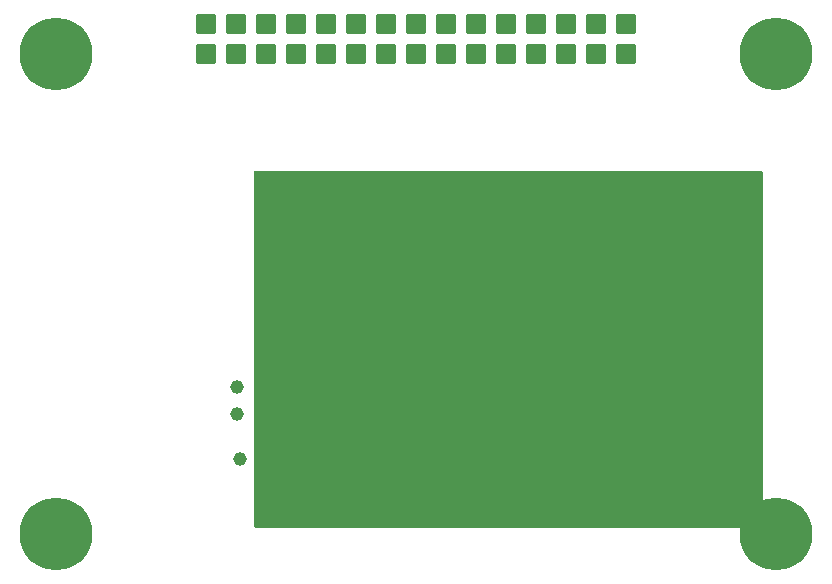
<source format=gbr>
%TF.GenerationSoftware,KiCad,Pcbnew,7.0.8-7.0.8~ubuntu23.04.1*%
%TF.CreationDate,2023-11-12T20:22:20+00:00*%
%TF.ProjectId,AIRDOS04_sensor,41495244-4f53-4303-945f-73656e736f72,REV*%
%TF.SameCoordinates,PX66dd020PY81342c0*%
%TF.FileFunction,Soldermask,Top*%
%TF.FilePolarity,Negative*%
%FSLAX46Y46*%
G04 Gerber Fmt 4.6, Leading zero omitted, Abs format (unit mm)*
G04 Created by KiCad (PCBNEW 7.0.8-7.0.8~ubuntu23.04.1) date 2023-11-12 20:22:20*
%MOMM*%
%LPD*%
G01*
G04 APERTURE LIST*
G04 Aperture macros list*
%AMRoundRect*
0 Rectangle with rounded corners*
0 $1 Rounding radius*
0 $2 $3 $4 $5 $6 $7 $8 $9 X,Y pos of 4 corners*
0 Add a 4 corners polygon primitive as box body*
4,1,4,$2,$3,$4,$5,$6,$7,$8,$9,$2,$3,0*
0 Add four circle primitives for the rounded corners*
1,1,$1+$1,$2,$3*
1,1,$1+$1,$4,$5*
1,1,$1+$1,$6,$7*
1,1,$1+$1,$8,$9*
0 Add four rect primitives between the rounded corners*
20,1,$1+$1,$2,$3,$4,$5,0*
20,1,$1+$1,$4,$5,$6,$7,0*
20,1,$1+$1,$6,$7,$8,$9,0*
20,1,$1+$1,$8,$9,$2,$3,0*%
G04 Aperture macros list end*
%ADD10C,6.160000*%
%ADD11C,1.160000*%
%ADD12RoundRect,0.080000X0.762000X-0.762000X0.762000X0.762000X-0.762000X0.762000X-0.762000X-0.762000X0*%
%ADD13C,1.684000*%
G04 APERTURE END LIST*
D10*
%TO.C,M1*%
X10160000Y50800000D03*
%TD*%
%TO.C,M2*%
X71120000Y50800000D03*
%TD*%
%TO.C,M3*%
X10160000Y10160000D03*
%TD*%
%TO.C,M4*%
X71120000Y10160000D03*
%TD*%
D11*
%TO.C,TP3*%
X25439200Y20265600D03*
%TD*%
%TO.C,TP2*%
X25439200Y22602400D03*
%TD*%
%TO.C,TP1*%
X25693200Y16506400D03*
%TD*%
D12*
%TO.C,J1*%
X22860000Y50800000D03*
X22860000Y53340000D03*
X25400000Y50800000D03*
X25400000Y53340000D03*
X27940000Y50800000D03*
X27940000Y53340000D03*
X30480000Y50800000D03*
X30480000Y53340000D03*
X33020000Y50800000D03*
X33020000Y53340000D03*
X35560000Y50800000D03*
X35560000Y53340000D03*
X38100000Y50800000D03*
X38100000Y53340000D03*
X40640000Y50800000D03*
X40640000Y53340000D03*
X43180000Y50800000D03*
X43180000Y53340000D03*
X45720000Y50800000D03*
X45720000Y53340000D03*
X48260000Y50800000D03*
X48260000Y53340000D03*
X50800000Y50800000D03*
X50800000Y53340000D03*
X53340000Y50800000D03*
X53340000Y53340000D03*
X55880000Y50800000D03*
X55880000Y53340000D03*
X58420000Y50800000D03*
X58420000Y53340000D03*
%TD*%
D13*
%TO.C,D1*%
X59424400Y23266400D03*
X59424400Y28266400D03*
%TD*%
G36*
X69920039Y40874315D02*
G01*
X69965794Y40821511D01*
X69977000Y40770000D01*
X69977000Y10792000D01*
X69957315Y10724961D01*
X69904511Y10679206D01*
X69853000Y10668000D01*
X27048000Y10668000D01*
X26980961Y10687685D01*
X26935206Y10740489D01*
X26924000Y10792000D01*
X26924000Y40770000D01*
X26943685Y40837039D01*
X26996489Y40882794D01*
X27048000Y40894000D01*
X69853000Y40894000D01*
X69920039Y40874315D01*
G37*
M02*

</source>
